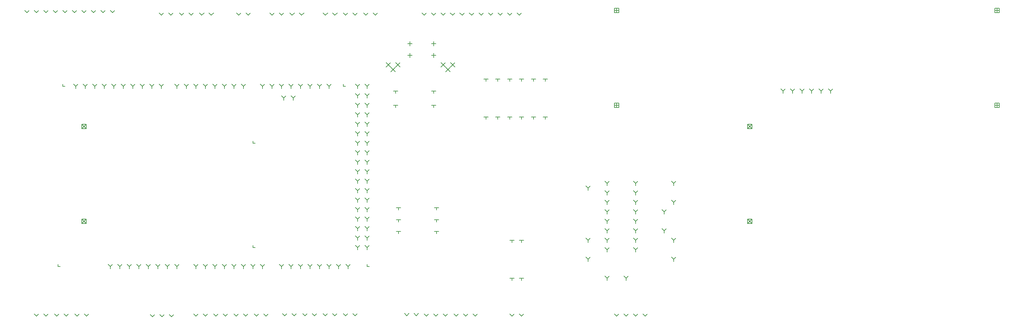
<source format=gbr>
G04 DipTrace 3.0.0.1*
G04 Through.gbr*
%MOMM*%
G04 #@! TF.FileFunction,Plated,1,2,PTH,Drill*
G04 #@! TF.Part,Single*
G04 Drill Symbols*
G04 D=0.711 - Cross*
G04 D=0.8 - X*
G04 D=0.9 - Y*
G04 D=0.96533 - T*
G04 D=1 - V*
G04 D=3.175 - Clock*
G04 D=3.2 - Box_Cross*
G04 D=5.5 - Box_X*
%ADD10C,0.2*%
%FSLAX35Y35*%
G04*
G71*
G90*
G75*
G01*
X2480000Y8950000D2*
D10*
X2540000Y8890000D1*
X2600000Y8950000D1*
X2734000D2*
X2794000Y8890000D1*
X2854000Y8950000D1*
X2988000D2*
X3048000Y8890000D1*
X3108000Y8950000D1*
X3242000D2*
X3302000Y8890000D1*
X3362000Y8950000D1*
X1972000D2*
X2032000Y8890000D1*
X2092000Y8950000D1*
X2226000D2*
X2286000Y8890000D1*
X2346000Y8950000D1*
X8036250Y8886500D2*
X8096250Y8826500D1*
X8156250Y8886500D1*
X8290250D2*
X8350250Y8826500D1*
X8410250Y8886500D1*
X11100123Y837873D2*
X11160123Y777873D1*
X11220123Y837873D1*
X11354123D2*
X11414123Y777873D1*
X11474123Y837873D1*
X11624000Y822000D2*
X11684000Y762000D1*
X11744000Y822000D1*
X11878000D2*
X11938000Y762000D1*
X11998000Y822000D1*
X12132000D2*
X12192000Y762000D1*
X12252000Y822000D1*
X8925250Y8886500D2*
X8985250Y8826500D1*
X9045250Y8886500D1*
X9179250D2*
X9239250Y8826500D1*
X9299250Y8886500D1*
X7496500D2*
X7556500Y8826500D1*
X7616500Y8886500D1*
X7750500D2*
X7810500Y8826500D1*
X7870500Y8886500D1*
X6607500D2*
X6667500Y8826500D1*
X6727500Y8886500D1*
X6861500D2*
X6921500Y8826500D1*
X6981500Y8886500D1*
X5623250D2*
X5683250Y8826500D1*
X5743250Y8886500D1*
X5877250D2*
X5937250Y8826500D1*
X5997250Y8886500D1*
X5083500D2*
X5143500Y8826500D1*
X5203500Y8886500D1*
X5337500D2*
X5397500Y8826500D1*
X5457500Y8886500D1*
X12417750Y822000D2*
X12477750Y762000D1*
X12537750Y822000D1*
X12671750D2*
X12731750Y762000D1*
X12791750Y822000D1*
X12925750D2*
X12985750Y762000D1*
X13045750Y822000D1*
X10036500Y2663500D2*
X10096500Y2603500D1*
X10156500Y2663500D1*
X10096500Y2603500D2*
Y2543500D1*
X10036500Y2917500D2*
X10096500Y2857500D1*
X10156500Y2917500D1*
X10096500Y2857500D2*
Y2797500D1*
X10036500Y3171500D2*
X10096500Y3111500D1*
X10156500Y3171500D1*
X10096500Y3111500D2*
Y3051500D1*
X10036500Y3425500D2*
X10096500Y3365500D1*
X10156500Y3425500D1*
X10096500Y3365500D2*
Y3305500D1*
X10036500Y3679500D2*
X10096500Y3619500D1*
X10156500Y3679500D1*
X10096500Y3619500D2*
Y3559500D1*
X10036500Y3933500D2*
X10096500Y3873500D1*
X10156500Y3933500D1*
X10096500Y3873500D2*
Y3813500D1*
X10036500Y4187500D2*
X10096500Y4127500D1*
X10156500Y4187500D1*
X10096500Y4127500D2*
Y4067500D1*
X10036500Y4441500D2*
X10096500Y4381500D1*
X10156500Y4441500D1*
X10096500Y4381500D2*
Y4321500D1*
X10036500Y4695500D2*
X10096500Y4635500D1*
X10156500Y4695500D1*
X10096500Y4635500D2*
Y4575500D1*
X10036500Y4949500D2*
X10096500Y4889500D1*
X10156500Y4949500D1*
X10096500Y4889500D2*
Y4829500D1*
X10036500Y5203500D2*
X10096500Y5143500D1*
X10156500Y5203500D1*
X10096500Y5143500D2*
Y5083500D1*
X10036500Y5457500D2*
X10096500Y5397500D1*
X10156500Y5457500D1*
X10096500Y5397500D2*
Y5337500D1*
X10036500Y5711500D2*
X10096500Y5651500D1*
X10156500Y5711500D1*
X10096500Y5651500D2*
Y5591500D1*
X10036500Y5965500D2*
X10096500Y5905500D1*
X10156500Y5965500D1*
X10096500Y5905500D2*
Y5845500D1*
X10036500Y6219500D2*
X10096500Y6159500D1*
X10156500Y6219500D1*
X10096500Y6159500D2*
Y6099500D1*
X10036500Y6473500D2*
X10096500Y6413500D1*
X10156500Y6473500D1*
X10096500Y6413500D2*
Y6353500D1*
X10036500Y6727500D2*
X10096500Y6667500D1*
X10156500Y6727500D1*
X10096500Y6667500D2*
Y6607500D1*
X9782500Y6981500D2*
X9842500Y6921500D1*
X9902500Y6981500D1*
X9842500Y6921500D2*
Y6861500D1*
X9782500Y2663500D2*
X9842500Y2603500D1*
X9902500Y2663500D1*
X9842500Y2603500D2*
Y2543500D1*
X9782500Y2917500D2*
X9842500Y2857500D1*
X9902500Y2917500D1*
X9842500Y2857500D2*
Y2797500D1*
X9782500Y3171500D2*
X9842500Y3111500D1*
X9902500Y3171500D1*
X9842500Y3111500D2*
Y3051500D1*
X9782500Y3425500D2*
X9842500Y3365500D1*
X9902500Y3425500D1*
X9842500Y3365500D2*
Y3305500D1*
X9782500Y3679500D2*
X9842500Y3619500D1*
X9902500Y3679500D1*
X9842500Y3619500D2*
Y3559500D1*
X9782500Y3933500D2*
X9842500Y3873500D1*
X9902500Y3933500D1*
X9842500Y3873500D2*
Y3813500D1*
X9782500Y4187500D2*
X9842500Y4127500D1*
X9902500Y4187500D1*
X9842500Y4127500D2*
Y4067500D1*
X9782500Y4441500D2*
X9842500Y4381500D1*
X9902500Y4441500D1*
X9842500Y4381500D2*
Y4321500D1*
X9782500Y4695500D2*
X9842500Y4635500D1*
X9902500Y4695500D1*
X9842500Y4635500D2*
Y4575500D1*
X9782500Y4949500D2*
X9842500Y4889500D1*
X9902500Y4949500D1*
X9842500Y4889500D2*
Y4829500D1*
X9782500Y5203500D2*
X9842500Y5143500D1*
X9902500Y5203500D1*
X9842500Y5143500D2*
Y5083500D1*
X9782500Y5457500D2*
X9842500Y5397500D1*
X9902500Y5457500D1*
X9842500Y5397500D2*
Y5337500D1*
X9782500Y5711500D2*
X9842500Y5651500D1*
X9902500Y5711500D1*
X9842500Y5651500D2*
Y5591500D1*
X9782500Y5965500D2*
X9842500Y5905500D1*
X9902500Y5965500D1*
X9842500Y5905500D2*
Y5845500D1*
X9782500Y6219500D2*
X9842500Y6159500D1*
X9902500Y6219500D1*
X9842500Y6159500D2*
Y6099500D1*
X9782500Y6473500D2*
X9842500Y6413500D1*
X9902500Y6473500D1*
X9842500Y6413500D2*
Y6353500D1*
X9782500Y6727500D2*
X9842500Y6667500D1*
X9902500Y6727500D1*
X9842500Y6667500D2*
Y6607500D1*
X10036500Y6981500D2*
X10096500Y6921500D1*
X10156500Y6981500D1*
X10096500Y6921500D2*
Y6861500D1*
X4448500Y2155500D2*
X4508500Y2095500D1*
X4568500Y2155500D1*
X4508500Y2095500D2*
Y2035500D1*
X3940500Y2155500D2*
X4000500Y2095500D1*
X4060500Y2155500D1*
X4000500Y2095500D2*
Y2035500D1*
X3686500Y2155500D2*
X3746500Y2095500D1*
X3806500Y2155500D1*
X3746500Y2095500D2*
Y2035500D1*
X3432500Y2155500D2*
X3492500Y2095500D1*
X3552500Y2155500D1*
X3492500Y2095500D2*
Y2035500D1*
X3178500Y2155500D2*
X3238500Y2095500D1*
X3298500Y2155500D1*
X3238500Y2095500D2*
Y2035500D1*
X6734500Y2155500D2*
X6794500Y2095500D1*
X6854500Y2155500D1*
X6794500Y2095500D2*
Y2035500D1*
X6480500Y2155500D2*
X6540500Y2095500D1*
X6600500Y2155500D1*
X6540500Y2095500D2*
Y2035500D1*
X6226500Y2155500D2*
X6286500Y2095500D1*
X6346500Y2155500D1*
X6286500Y2095500D2*
Y2035500D1*
X5972500Y2155500D2*
X6032500Y2095500D1*
X6092500Y2155500D1*
X6032500Y2095500D2*
Y2035500D1*
X5718500Y2155500D2*
X5778500Y2095500D1*
X5838500Y2155500D1*
X5778500Y2095500D2*
Y2035500D1*
X5464500Y2155500D2*
X5524500Y2095500D1*
X5584500Y2155500D1*
X5524500Y2095500D2*
Y2035500D1*
X4545020Y6981500D2*
X4605020Y6921500D1*
X4665020Y6981500D1*
X4605020Y6921500D2*
Y6861500D1*
X4291020Y6981500D2*
X4351020Y6921500D1*
X4411020Y6981500D1*
X4351020Y6921500D2*
Y6861500D1*
X4037020Y6981500D2*
X4097020Y6921500D1*
X4157020Y6981500D1*
X4097020Y6921500D2*
Y6861500D1*
X3783020Y6981500D2*
X3843020Y6921500D1*
X3903020Y6981500D1*
X3843020Y6921500D2*
Y6861500D1*
X3529020Y6981500D2*
X3589020Y6921500D1*
X3649020Y6981500D1*
X3589020Y6921500D2*
Y6861500D1*
X3275020Y6981500D2*
X3335020Y6921500D1*
X3395020Y6981500D1*
X3335020Y6921500D2*
Y6861500D1*
X3021020Y6981500D2*
X3081020Y6921500D1*
X3141020Y6981500D1*
X3081020Y6921500D2*
Y6861500D1*
X2764480Y6981500D2*
X2824480Y6921500D1*
X2884480Y6981500D1*
X2824480Y6921500D2*
Y6861500D1*
X2513020Y6981500D2*
X2573020Y6921500D1*
X2633020Y6981500D1*
X2573020Y6921500D2*
Y6861500D1*
X2259020Y6981500D2*
X2319020Y6921500D1*
X2379020Y6981500D1*
X2319020Y6921500D2*
Y6861500D1*
X6734500Y6981500D2*
X6794500Y6921500D1*
X6854500Y6981500D1*
X6794500Y6921500D2*
Y6861500D1*
X6480500Y6981500D2*
X6540500Y6921500D1*
X6600500Y6981500D1*
X6540500Y6921500D2*
Y6861500D1*
X6226500Y6981500D2*
X6286500Y6921500D1*
X6346500Y6981500D1*
X6286500Y6921500D2*
Y6861500D1*
X5972500Y6981500D2*
X6032500Y6921500D1*
X6092500Y6981500D1*
X6032500Y6921500D2*
Y6861500D1*
X5718500Y6981500D2*
X5778500Y6921500D1*
X5838500Y6981500D1*
X5778500Y6921500D2*
Y6861500D1*
X5464500Y6981500D2*
X5524500Y6921500D1*
X5584500Y6981500D1*
X5524500Y6921500D2*
Y6861500D1*
X5210500Y6981500D2*
X5270500Y6921500D1*
X5330500Y6981500D1*
X5270500Y6921500D2*
Y6861500D1*
X4956500Y6981500D2*
X5016500Y6921500D1*
X5076500Y6981500D1*
X5016500Y6921500D2*
Y6861500D1*
X7242500Y6981500D2*
X7302500Y6921500D1*
X7362500Y6981500D1*
X7302500Y6921500D2*
Y6861500D1*
X7496500Y6981500D2*
X7556500Y6921500D1*
X7616500Y6981500D1*
X7556500Y6921500D2*
Y6861500D1*
X7750500Y6981500D2*
X7810500Y6921500D1*
X7870500Y6981500D1*
X7810500Y6921500D2*
Y6861500D1*
X8004500Y6981500D2*
X8064500Y6921500D1*
X8124500Y6981500D1*
X8064500Y6921500D2*
Y6861500D1*
X8258500Y6981500D2*
X8318500Y6921500D1*
X8378500Y6981500D1*
X8318500Y6921500D2*
Y6861500D1*
X8512500Y6981500D2*
X8572500Y6921500D1*
X8632500Y6981500D1*
X8572500Y6921500D2*
Y6861500D1*
X8766500Y6981500D2*
X8826500Y6921500D1*
X8886500Y6981500D1*
X8826500Y6921500D2*
Y6861500D1*
X9020500Y6981500D2*
X9080500Y6921500D1*
X9140500Y6981500D1*
X9080500Y6921500D2*
Y6861500D1*
X6988500Y2155500D2*
X7048500Y2095500D1*
X7108500Y2155500D1*
X7048500Y2095500D2*
Y2035500D1*
X7242500Y2155500D2*
X7302500Y2095500D1*
X7362500Y2155500D1*
X7302500Y2095500D2*
Y2035500D1*
X7750500Y2155500D2*
X7810500Y2095500D1*
X7870500Y2155500D1*
X7810500Y2095500D2*
Y2035500D1*
X8004500Y2155500D2*
X8064500Y2095500D1*
X8124500Y2155500D1*
X8064500Y2095500D2*
Y2035500D1*
X8258500Y2155500D2*
X8318500Y2095500D1*
X8378500Y2155500D1*
X8318500Y2095500D2*
Y2035500D1*
X8512500Y2155500D2*
X8572500Y2095500D1*
X8632500Y2155500D1*
X8572500Y2095500D2*
Y2035500D1*
X8766500Y2155500D2*
X8826500Y2095500D1*
X8886500Y2155500D1*
X8826500Y2095500D2*
Y2035500D1*
X9020500Y2155500D2*
X9080500Y2095500D1*
X9140500Y2155500D1*
X9080500Y2095500D2*
Y2035500D1*
X9274500Y2155500D2*
X9334500Y2095500D1*
X9394500Y2155500D1*
X9334500Y2095500D2*
Y2035500D1*
X9528500Y2155500D2*
X9588500Y2095500D1*
X9648500Y2155500D1*
X9588500Y2095500D2*
Y2035500D1*
X4194500Y2155500D2*
X4254500Y2095500D1*
X4314500Y2155500D1*
X4254500Y2095500D2*
Y2035500D1*
X4956500Y2155500D2*
X5016500Y2095500D1*
X5076500Y2155500D1*
X5016500Y2095500D2*
Y2035500D1*
X4702500Y2155500D2*
X4762500Y2095500D1*
X4822500Y2155500D1*
X4762500Y2095500D2*
Y2035500D1*
X956000Y8950000D2*
X1016000Y8890000D1*
X1076000Y8950000D1*
X1210000D2*
X1270000Y8890000D1*
X1330000Y8950000D1*
X11239500Y8124500D2*
Y8004500D1*
X11179500Y8064500D2*
X11299500D1*
X11874500Y8124500D2*
Y8004500D1*
X11814500Y8064500D2*
X11934500D1*
X4543750Y8886500D2*
X4603750Y8826500D1*
X4663750Y8886500D1*
X4797750D2*
X4857750Y8826500D1*
X4917750Y8886500D1*
X11560500D2*
X11620500Y8826500D1*
X11680500Y8886500D1*
X11814500D2*
X11874500Y8826500D1*
X11934500Y8886500D1*
X12068500D2*
X12128500Y8826500D1*
X12188500Y8886500D1*
X12321220Y8885657D2*
X12381220Y8825657D1*
X12441220Y8885657D1*
X12575220D2*
X12635220Y8825657D1*
X12695220Y8885657D1*
X12829220D2*
X12889220Y8825657D1*
X12949220Y8885657D1*
X13084500Y8886500D2*
X13144500Y8826500D1*
X13204500Y8886500D1*
X13338500D2*
X13398500Y8826500D1*
X13458500Y8886500D1*
X13592500D2*
X13652500Y8826500D1*
X13712500Y8886500D1*
X13846500D2*
X13906500Y8826500D1*
X13966500Y8886500D1*
X14100500D2*
X14160500Y8826500D1*
X14220500Y8886500D1*
X9465000D2*
X9525000Y8826500D1*
X9585000Y8886500D1*
X9719000D2*
X9779000Y8826500D1*
X9839000Y8886500D1*
X10004750D2*
X10064750Y8826500D1*
X10124750Y8886500D1*
X10258750D2*
X10318750Y8826500D1*
X10378750Y8886500D1*
X1210000Y822000D2*
X1270000Y762000D1*
X1330000Y822000D1*
X1464000D2*
X1524000Y762000D1*
X1584000Y822000D1*
X1749753D2*
X1809753Y762000D1*
X1869753Y822000D1*
X2003753D2*
X2063753Y762000D1*
X2123753Y822000D1*
X2289503D2*
X2349503Y762000D1*
X2409503Y822000D1*
X2543503D2*
X2603503Y762000D1*
X2663503Y822000D1*
X1464000Y8950000D2*
X1524000Y8890000D1*
X1584000Y8950000D1*
X1718000D2*
X1778000Y8890000D1*
X1838000Y8950000D1*
X11814500Y6794500D2*
X11934500D1*
X11874500D2*
Y6734500D1*
X10798500Y6794500D2*
X10918500D1*
X10858500D2*
Y6734500D1*
X11239500Y7807000D2*
Y7687000D1*
X11179500Y7747000D2*
X11299500D1*
X11874500Y7807000D2*
Y7687000D1*
X11814500Y7747000D2*
X11934500D1*
X5463703Y822557D2*
X5523703Y762557D1*
X5583703Y822557D1*
X5717703D2*
X5777703Y762557D1*
X5837703Y822557D1*
X6002983Y821567D2*
X6062983Y761567D1*
X6122983Y821567D1*
X6256983D2*
X6316983Y761567D1*
X6376983Y821567D1*
X6544000Y822000D2*
X6604000Y762000D1*
X6664000Y822000D1*
X6798000D2*
X6858000Y762000D1*
X6918000Y822000D1*
X7084333Y823443D2*
X7144333Y763443D1*
X7204333Y823443D1*
X7338333D2*
X7398333Y763443D1*
X7458333Y823443D1*
X7841193Y831533D2*
X7901193Y771533D1*
X7961193Y831533D1*
X8095193D2*
X8155193Y771533D1*
X8215193Y831533D1*
X8381527Y833223D2*
X8441527Y773223D1*
X8501527Y833223D1*
X8635527D2*
X8695527Y773223D1*
X8755527Y833223D1*
X8921263Y833350D2*
X8981263Y773350D1*
X9041263Y833350D1*
X9175263D2*
X9235263Y773350D1*
X9295263Y833350D1*
X9461140Y833347D2*
X9521140Y773347D1*
X9581140Y833347D1*
X9715140D2*
X9775140Y773347D1*
X9835140Y833347D1*
X4304227Y805450D2*
X4364227Y745450D1*
X4424227Y805450D1*
X4558227D2*
X4618227Y745450D1*
X4678227Y805450D1*
X4812227D2*
X4872227Y745450D1*
X4932227Y805450D1*
X17212000Y2600000D2*
X17272000Y2540000D1*
X17332000Y2600000D1*
X17272000Y2540000D2*
Y2480000D1*
X17212000Y2854000D2*
X17272000Y2794000D1*
X17332000Y2854000D1*
X17272000Y2794000D2*
Y2734000D1*
X17212000Y3108000D2*
X17272000Y3048000D1*
X17332000Y3108000D1*
X17272000Y3048000D2*
Y2988000D1*
X17212000Y3362000D2*
X17272000Y3302000D1*
X17332000Y3362000D1*
X17272000Y3302000D2*
Y3242000D1*
X17212000Y3616000D2*
X17272000Y3556000D1*
X17332000Y3616000D1*
X17272000Y3556000D2*
Y3496000D1*
X17212000Y3870000D2*
X17272000Y3810000D1*
X17332000Y3870000D1*
X17272000Y3810000D2*
Y3750000D1*
X17212000Y4124000D2*
X17272000Y4064000D1*
X17332000Y4124000D1*
X17272000Y4064000D2*
Y4004000D1*
X17212000Y4378000D2*
X17272000Y4318000D1*
X17332000Y4378000D1*
X17272000Y4318000D2*
Y4258000D1*
X16450000Y4378000D2*
X16510000Y4318000D1*
X16570000Y4378000D1*
X16510000Y4318000D2*
Y4258000D1*
X16450000Y4124000D2*
X16510000Y4064000D1*
X16570000Y4124000D1*
X16510000Y4064000D2*
Y4004000D1*
X16450000Y3870000D2*
X16510000Y3810000D1*
X16570000Y3870000D1*
X16510000Y3810000D2*
Y3750000D1*
X16450000Y3616000D2*
X16510000Y3556000D1*
X16570000Y3616000D1*
X16510000Y3556000D2*
Y3496000D1*
X16450000Y3362000D2*
X16510000Y3302000D1*
X16570000Y3362000D1*
X16510000Y3302000D2*
Y3242000D1*
X16450000Y3108000D2*
X16510000Y3048000D1*
X16570000Y3108000D1*
X16510000Y3048000D2*
Y2988000D1*
X16450000Y2854000D2*
X16510000Y2794000D1*
X16570000Y2854000D1*
X16510000Y2794000D2*
Y2734000D1*
X16450000Y2600000D2*
X16510000Y2540000D1*
X16570000Y2600000D1*
X16510000Y2540000D2*
Y2480000D1*
X13529000Y7112000D2*
X13649000D1*
X13589000D2*
Y7052000D1*
X13529000Y6096000D2*
X13649000D1*
X13589000D2*
Y6036000D1*
X13211500Y7112000D2*
X13331500D1*
X13271500D2*
Y7052000D1*
X13211500Y6096000D2*
X13331500D1*
X13271500D2*
Y6036000D1*
X13846500Y7112000D2*
X13966500D1*
X13906500D2*
Y7052000D1*
X13846500Y6096000D2*
X13966500D1*
X13906500D2*
Y6036000D1*
X14164000Y7112000D2*
X14284000D1*
X14224000D2*
Y7052000D1*
X14164000Y6096000D2*
X14284000D1*
X14224000D2*
Y6036000D1*
X14481500Y7112000D2*
X14601500D1*
X14541500D2*
Y7052000D1*
X14481500Y6096000D2*
X14601500D1*
X14541500D2*
Y6036000D1*
X14799000Y7112000D2*
X14919000D1*
X14859000D2*
Y7052000D1*
X14799000Y6096000D2*
X14919000D1*
X14859000D2*
Y6036000D1*
X10798500Y6413500D2*
X10918500D1*
X10858500D2*
Y6353500D1*
X11814500Y6413500D2*
X11934500D1*
X11874500D2*
Y6353500D1*
X10876333Y3666287D2*
X10996333D1*
X10936333D2*
Y3606287D1*
X11892333Y3666287D2*
X12012333D1*
X11952333D2*
Y3606287D1*
X10876333Y3348787D2*
X10996333D1*
X10936333D2*
Y3288787D1*
X11892333Y3348787D2*
X12012333D1*
X11952333D2*
Y3288787D1*
X10876333Y3031287D2*
X10996333D1*
X10936333D2*
Y2971287D1*
X11892333Y3031287D2*
X12012333D1*
X11952333D2*
Y2971287D1*
X12322500Y7553000D2*
X12442500Y7433000D1*
Y7553000D2*
X12322500Y7433000D1*
X12195500Y7426000D2*
X12315500Y7306000D1*
Y7426000D2*
X12195500Y7306000D1*
X12068500Y7553000D2*
X12188500Y7433000D1*
Y7553000D2*
X12068500Y7433000D1*
X10862000Y7553000D2*
X10982000Y7433000D1*
Y7553000D2*
X10862000Y7433000D1*
X10735000Y7426000D2*
X10855000Y7306000D1*
Y7426000D2*
X10735000Y7306000D1*
X10608000Y7553000D2*
X10728000Y7433000D1*
Y7553000D2*
X10608000Y7433000D1*
X18228000Y2346000D2*
X18288000Y2286000D1*
X18348000Y2346000D1*
X18288000Y2286000D2*
Y2226000D1*
X18228000Y2854000D2*
X18288000Y2794000D1*
X18348000Y2854000D1*
X18288000Y2794000D2*
Y2734000D1*
X17974000Y3616000D2*
X18034000Y3556000D1*
X18094000Y3616000D1*
X18034000Y3556000D2*
Y3496000D1*
X17974000Y3108000D2*
X18034000Y3048000D1*
X18094000Y3108000D1*
X18034000Y3048000D2*
Y2988000D1*
X18228000Y3870000D2*
X18288000Y3810000D1*
X18348000Y3870000D1*
X18288000Y3810000D2*
Y3750000D1*
X18228000Y4378000D2*
X18288000Y4318000D1*
X18348000Y4378000D1*
X18288000Y4318000D2*
Y4258000D1*
X15942000Y2346000D2*
X16002000Y2286000D1*
X16062000Y2346000D1*
X16002000Y2286000D2*
Y2226000D1*
X15942000Y2854000D2*
X16002000Y2794000D1*
X16062000Y2854000D1*
X16002000Y2794000D2*
Y2734000D1*
X16450000Y1838000D2*
X16510000Y1778000D1*
X16570000Y1838000D1*
X16510000Y1778000D2*
Y1718000D1*
X16958000Y1838000D2*
X17018000Y1778000D1*
X17078000Y1838000D1*
X17018000Y1778000D2*
Y1718000D1*
X16704000Y822000D2*
X16764000Y762000D1*
X16824000Y822000D1*
X16958000D2*
X17018000Y762000D1*
X17078000Y822000D1*
X17212000D2*
X17272000Y762000D1*
X17332000Y822000D1*
X17466000D2*
X17526000Y762000D1*
X17586000Y822000D1*
X7814000Y6664000D2*
X7874000Y6604000D1*
X7934000Y6664000D1*
X7874000Y6604000D2*
Y6544000D1*
X8068000Y6664000D2*
X8128000Y6604000D1*
X8188000Y6664000D1*
X8128000Y6604000D2*
Y6544000D1*
X15942000Y4251000D2*
X16002000Y4191000D1*
X16062000Y4251000D1*
X16002000Y4191000D2*
Y4131000D1*
X13910000Y822000D2*
X13970000Y762000D1*
X14030000Y822000D1*
X14164000D2*
X14224000Y762000D1*
X14284000Y822000D1*
X13910000Y1778000D2*
X14030000D1*
X13970000D2*
Y1718000D1*
X13910000Y2794000D2*
X14030000D1*
X13970000D2*
Y2734000D1*
X14164000Y1778000D2*
X14284000D1*
X14224000D2*
Y1718000D1*
X14164000Y2794000D2*
X14284000D1*
X14224000D2*
Y2734000D1*
X22419000Y6854500D2*
X22479000Y6794500D1*
X22539000Y6854500D1*
X22479000Y6794500D2*
Y6734500D1*
X21149000Y6854500D2*
X21209000Y6794500D1*
X21269000Y6854500D1*
X21209000Y6794500D2*
Y6734500D1*
X22165000Y6854500D2*
X22225000Y6794500D1*
X22285000Y6854500D1*
X22225000Y6794500D2*
Y6734500D1*
X21911000Y6854500D2*
X21971000Y6794500D1*
X22031000Y6854500D1*
X21971000Y6794500D2*
Y6734500D1*
X21657000Y6854500D2*
X21717000Y6794500D1*
X21777000Y6854500D1*
X21717000Y6794500D2*
Y6734500D1*
X21403000Y6854500D2*
X21463000Y6794500D1*
X21523000Y6854500D1*
X21463000Y6794500D2*
Y6734500D1*
X1841500Y2155500D2*
Y2095500D1*
X1901500D1*
X1968500Y6981500D2*
Y6921500D1*
X2028500D1*
X7048500Y2663500D2*
Y2603500D1*
X7108500D1*
X7048500Y5457500D2*
Y5397500D1*
X7108500D1*
X10096500Y2155500D2*
Y2095500D1*
X10156500D1*
X9461500Y6981500D2*
Y6921500D1*
X9521500D1*
X2480000Y5902000D2*
X2600000Y5782000D1*
Y5902000D2*
X2480000Y5782000D1*
Y5902000D2*
X2600000D1*
Y5782000D1*
X2480000D1*
Y5902000D1*
Y3362000D2*
X2600000Y3242000D1*
Y3362000D2*
X2480000Y3242000D1*
Y3362000D2*
X2600000D1*
Y3242000D1*
X2480000D1*
Y3362000D1*
X26924000Y6473500D2*
Y6353500D1*
X26864000Y6413500D2*
X26984000D1*
X26864000Y6473500D2*
X26984000D1*
Y6353500D1*
X26864000D1*
Y6473500D1*
X26924000Y9013500D2*
Y8893500D1*
X26864000Y8953500D2*
X26984000D1*
X26864000Y9013500D2*
X26984000D1*
Y8893500D1*
X26864000D1*
Y9013500D1*
X16764000D2*
Y8893500D1*
X16704000Y8953500D2*
X16824000D1*
X16704000Y9013500D2*
X16824000D1*
Y8893500D1*
X16704000D1*
Y9013500D1*
X16764000Y6473500D2*
Y6353500D1*
X16704000Y6413500D2*
X16824000D1*
X16704000Y6473500D2*
X16824000D1*
Y6353500D1*
X16704000D1*
Y6473500D1*
X20260000Y5902000D2*
X20380000Y5782000D1*
Y5902000D2*
X20260000Y5782000D1*
Y5902000D2*
X20380000D1*
Y5782000D1*
X20260000D1*
Y5902000D1*
Y3362000D2*
X20380000Y3242000D1*
Y3362000D2*
X20260000Y3242000D1*
Y3362000D2*
X20380000D1*
Y3242000D1*
X20260000D1*
Y3362000D1*
M02*

</source>
